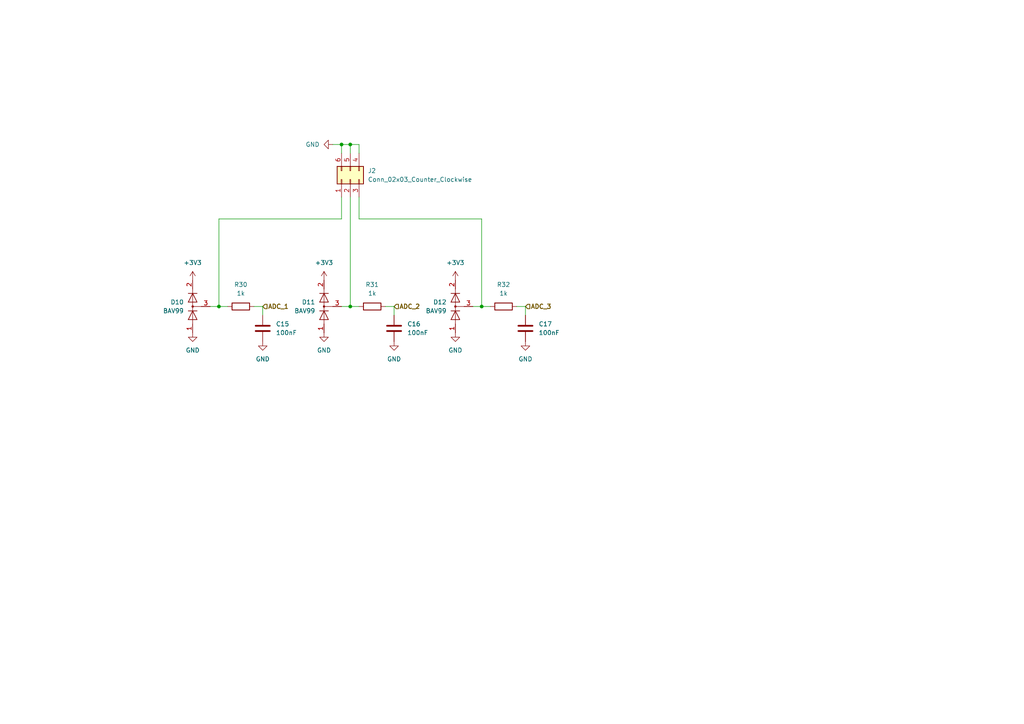
<source format=kicad_sch>
(kicad_sch (version 20230121) (generator eeschema)
  (paper "A4")
  (lib_symbols
    (symbol "Connector_Generic:Conn_02x03_Counter_Clockwise" (pin_names (offset 1.016) hide)
      (property "Reference" "J" (at 1.27 5.08 0))
      (property "Value" "Conn_02x03_Counter_Clockwise" (at 1.27 -5.08 0))
      (symbol "Conn_02x03_Counter_Clockwise_1_1"
        (rectangle (start -1.27 -2.413) (end 0 -2.667) (stroke (width 0.1524)))
        (rectangle (start -1.27 0.127) (end 0 -0.127) (stroke (width 0.1524)))
        (rectangle (start -1.27 2.667) (end 0 2.413) (stroke (width 0.1524)))
        (rectangle (start -1.27 3.81) (end 3.81 -3.81) (stroke (width 0.254)) (fill (type background)))
        (rectangle (start 3.81 -2.413) (end 2.54 -2.667) (stroke (width 0.1524)))
        (rectangle (start 3.81 0.127) (end 2.54 -0.127) (stroke (width 0.1524)))
        (rectangle (start 3.81 2.667) (end 2.54 2.413) (stroke (width 0.1524)))
        (pin passive line (at -5.08 2.54 0) (length 3.81) (name "Pin_1") (number "1"))
        (pin passive line (at -5.08 0 0) (length 3.81) (name "Pin_2") (number "2"))
        (pin passive line (at -5.08 -2.54 0) (length 3.81) (name "Pin_3") (number "3"))
        (pin passive line (at 7.62 -2.54 180) (length 3.81) (name "Pin_4") (number "4"))
        (pin passive line (at 7.62 0 180) (length 3.81) (name "Pin_5") (number "5"))
        (pin passive line (at 7.62 2.54 180) (length 3.81) (name "Pin_6") (number "6"))
      )
    )
    (symbol "Device:C" (pin_numbers hide) (pin_names (offset 0.254))
      (property "Reference" "C" (at 0.635 2.54 0))
      (property "Value" "C" (at 0.635 -2.54 0))
      (symbol "C_0_1"
        (polyline (pts (xy -2.032 -0.762) (xy 2.032 -0.762)) (stroke (width 0.508)))
        (polyline (pts (xy -2.032 0.762) (xy 2.032 0.762)) (stroke (width 0.508)))
      )
      (symbol "C_1_1"
        (pin passive line (at 0 3.81 270) (length 2.794) (name "~") (number "1"))
        (pin passive line (at 0 -3.81 90) (length 2.794) (name "~") (number "2"))
      )
    )
    (symbol "Device:R" (pin_numbers hide) (pin_names (offset 0))
      (property "Reference" "R" (at 2.032 0 90))
      (property "Value" "R" (at 0 0 90))
      (symbol "R_0_1"
        (rectangle (start -1.016 -2.54) (end 1.016 2.54) (stroke (width 0.254)))
      )
      (symbol "R_1_1"
        (pin passive line (at 0 3.81 270) (length 1.27) (name "~") (number "1"))
        (pin passive line (at 0 -3.81 90) (length 1.27) (name "~") (number "2"))
      )
    )
    (symbol "Diode:BAV99" (pin_names hide)
      (property "Reference" "D" (at 0 5.08 0))
      (property "Value" "BAV99" (at 0 2.54 0))
      (symbol "BAV99_0_1"
        (polyline (pts (xy -5.08 0) (xy 5.08 0)))
      )
      (symbol "BAV99_1_1"
        (polyline (pts (xy 0 0) (xy 0 -2.54)))
        (polyline (pts (xy -1.27 -1.27) (xy -1.27 1.27) (xy -1.27 1.27)) (stroke (width 0.2032)))
        (polyline (pts (xy 3.81 1.27) (xy 3.81 -1.27) (xy 3.81 -1.27)) (stroke (width 0.2032)))
        (polyline (pts (xy -3.81 1.27) (xy -1.27 0) (xy -3.81 -1.27) (xy -3.81 1.27) (xy -3.81 1.27) (xy -3.81 1.27)) (stroke (width 0.2032)))
        (polyline (pts (xy 1.27 1.27) (xy 3.81 0) (xy 1.27 -1.27) (xy 1.27 1.27) (xy 1.27 1.27) (xy 1.27 1.27)) (stroke (width 0.2032)))
        (circle (center 0 0) (radius 0.254) (fill (type outline)))
        (pin passive line (at -7.62 0 0) (length 2.54) (name "K") (number "1"))
        (pin passive line (at 7.62 0 180) (length 2.54) (name "A") (number "2"))
        (pin passive line (at 0 -5.08 90) (length 2.54) (name "K") (number "3"))
      )
    )
    (symbol "power:+3V3" (power) (pin_names (offset 0))
      (property "Value" "+3V3" (at 0 3.556 0))
      (symbol "+3V3_0_1"
        (polyline (pts (xy -0.762 1.27) (xy 0 2.54)))
        (polyline (pts (xy 0 0) (xy 0 2.54)))
        (polyline (pts (xy 0 2.54) (xy 0.762 1.27)))
      )
      (symbol "+3V3_1_1"
        (pin power_in line (at 0 0 90) (length 0) hide (name "+3V3") (number "1"))
      )
    )
    (symbol "power:GND" (power) (pin_names (offset 0))
      (property "Value" "GND" (at 0 -3.81 0))
      (symbol "GND_0_1"
        (polyline (pts (xy 0 0) (xy 0 -1.27) (xy 1.27 -1.27) (xy 0 -2.54) (xy -1.27 -1.27) (xy 0 -1.27)))
      )
      (symbol "GND_1_1"
        (pin power_in line (at 0 0 270) (length 0) hide (name "GND") (number "1"))
      )
    )
  )
  (junction (at 101.6 41.91))
  (junction (at 99.06 41.91))
  (junction (at 139.7 88.9))
  (junction (at 63.5 88.9))
  (junction (at 101.6 88.9))
  (wire (pts (xy 101.6 41.91) (xy 99.06 41.91)))
  (wire (pts (xy 96.52 41.91) (xy 99.06 41.91)))
  (wire (pts (xy 114.3 88.9) (xy 114.3 91.44)))
  (wire (pts (xy 149.86 88.9) (xy 152.4 88.9)))
  (wire (pts (xy 60.96 88.9) (xy 63.5 88.9)))
  (wire (pts (xy 73.66 88.9) (xy 76.2 88.9)))
  (wire (pts (xy 63.5 88.9) (xy 66.04 88.9)))
  (wire (pts (xy 104.14 41.91) (xy 101.6 41.91)))
  (wire (pts (xy 104.14 63.5) (xy 139.7 63.5)))
  (wire (pts (xy 63.5 63.5) (xy 63.5 88.9)))
  (wire (pts (xy 101.6 44.45) (xy 101.6 41.91)))
  (wire (pts (xy 99.06 88.9) (xy 101.6 88.9)))
  (wire (pts (xy 99.06 41.91) (xy 99.06 44.45)))
  (wire (pts (xy 99.06 63.5) (xy 63.5 63.5)))
  (wire (pts (xy 104.14 44.45) (xy 104.14 41.91)))
  (wire (pts (xy 137.16 88.9) (xy 139.7 88.9)))
  (wire (pts (xy 101.6 57.15) (xy 101.6 88.9)))
  (wire (pts (xy 99.06 57.15) (xy 99.06 63.5)))
  (wire (pts (xy 104.14 57.15) (xy 104.14 63.5)))
  (wire (pts (xy 111.76 88.9) (xy 114.3 88.9)))
  (wire (pts (xy 139.7 63.5) (xy 139.7 88.9)))
  (wire (pts (xy 139.7 88.9) (xy 142.24 88.9)))
  (wire (pts (xy 76.2 88.9) (xy 76.2 91.44)))
  (wire (pts (xy 101.6 88.9) (xy 104.14 88.9)))
  (wire (pts (xy 152.4 88.9) (xy 152.4 91.44)))
  (hierarchical_label "ADC_3" (shape input) (at 152.4 88.9 0) (effects (font bold)))
  (hierarchical_label "ADC_1" (shape input) (at 76.2 88.9 0) (effects (font bold)))
  (hierarchical_label "ADC_2" (shape input) (at 114.3 88.9 0) (effects (font bold)))
  (symbol (lib_id "Diode:BAV99") (at 132.08 88.9 90) (unit 1)
    (property "Reference" "D12" (at 129.54 87.63 90) (effects (justify left)))
    (property "Value" "BAV99" (at 129.54 90.17 90) (effects (justify left)))
    (property "Footprint" "Package_TO_SOT_SMD:SOT-23" (effects hide))
    (property "Datasheet" "https://assets.nexperia.com/documents/data-sheet/BAV99_SER.pdf" (effects hide))
  )
  (symbol (lib_id "power:GND") (at 76.2 99.06 0) (unit 1)
    (property "Reference" "#PWR045" (effects hide))
    (property "Value" "GND" (at 76.2 104.14 0))
  )
  (symbol (lib_id "Diode:BAV99") (at 93.98 88.9 90) (unit 1)
    (property "Reference" "D11" (at 91.44 87.63 90) (effects (justify left)))
    (property "Value" "BAV99" (at 91.44 90.17 90) (effects (justify left)))
    (property "Footprint" "Package_TO_SOT_SMD:SOT-23" (effects hide))
    (property "Datasheet" "https://assets.nexperia.com/documents/data-sheet/BAV99_SER.pdf" (effects hide))
  )
  (symbol (lib_id "power:GND") (at 55.88 96.52 0) (unit 1)
    (property "Reference" "#PWR044" (effects hide))
    (property "Value" "GND" (at 55.88 101.6 0))
  )
  (symbol (lib_id "Device:C") (at 114.3 95.25 0) (unit 1)
    (property "Reference" "C16" (at 118.11 93.98 0) (effects (justify left)))
    (property "Value" "100nF" (at 118.11 96.52 0) (effects (justify left)))
  )
  (symbol (lib_id "power:GND") (at 93.98 96.52 0) (unit 1)
    (property "Reference" "#PWR047" (effects hide))
    (property "Value" "GND" (at 93.98 101.6 0))
  )
  (symbol (lib_id "power:+3V3") (at 93.98 81.28 0) (unit 1)
    (property "Reference" "#PWR046" (effects hide))
    (property "Value" "+3V3" (at 93.98 76.2 0))
  )
  (symbol (lib_id "power:GND") (at 96.52 41.91 270) (unit 1)
    (property "Reference" "#PWR052" (effects hide))
    (property "Value" "GND" (at 92.71 41.91 90) (effects (justify right)))
  )
  (symbol (lib_id "Device:R") (at 107.95 88.9 90) (unit 1)
    (property "Reference" "R31" (at 107.95 82.55 90))
    (property "Value" "1k" (at 107.95 85.09 90))
  )
  (symbol (lib_id "power:+3V3") (at 55.88 81.28 0) (unit 1)
    (property "Reference" "#PWR043" (effects hide))
    (property "Value" "+3V3" (at 55.88 76.2 0))
  )
  (symbol (lib_id "Connector_Generic:Conn_02x03_Counter_Clockwise") (at 101.6 52.07 90) (unit 1)
    (property "Reference" "J2" (at 106.68 49.53 90) (effects (justify right)))
    (property "Value" "Conn_02x03_Counter_Clockwise" (at 106.68 52.07 90) (effects (justify right)))
  )
  (symbol (lib_id "Diode:BAV99") (at 55.88 88.9 90) (unit 1)
    (property "Reference" "D10" (at 53.34 87.63 90) (effects (justify left)))
    (property "Value" "BAV99" (at 53.34 90.17 90) (effects (justify left)))
    (property "Footprint" "Package_TO_SOT_SMD:SOT-23" (effects hide))
    (property "Datasheet" "https://assets.nexperia.com/documents/data-sheet/BAV99_SER.pdf" (effects hide))
  )
  (symbol (lib_id "power:+3V3") (at 132.08 81.28 0) (unit 1)
    (property "Reference" "#PWR049" (effects hide))
    (property "Value" "+3V3" (at 132.08 76.2 0))
  )
  (symbol (lib_id "power:GND") (at 152.4 99.06 0) (unit 1)
    (property "Reference" "#PWR051" (effects hide))
    (property "Value" "GND" (at 152.4 104.14 0))
  )
  (symbol (lib_id "Device:R") (at 146.05 88.9 90) (unit 1)
    (property "Reference" "R32" (at 146.05 82.55 90))
    (property "Value" "1k" (at 146.05 85.09 90))
  )
  (symbol (lib_id "power:GND") (at 132.08 96.52 0) (unit 1)
    (property "Reference" "#PWR050" (effects hide))
    (property "Value" "GND" (at 132.08 101.6 0))
  )
  (symbol (lib_id "power:GND") (at 114.3 99.06 0) (unit 1)
    (property "Reference" "#PWR048" (effects hide))
    (property "Value" "GND" (at 114.3 104.14 0))
  )
  (symbol (lib_id "Device:R") (at 69.85 88.9 90) (unit 1)
    (property "Reference" "R30" (at 69.85 82.55 90))
    (property "Value" "1k" (at 69.85 85.09 90))
  )
  (symbol (lib_id "Device:C") (at 152.4 95.25 0) (unit 1)
    (property "Reference" "C17" (at 156.21 93.98 0) (effects (justify left)))
    (property "Value" "100nF" (at 156.21 96.52 0) (effects (justify left)))
  )
  (symbol (lib_id "Device:C") (at 76.2 95.25 0) (unit 1)
    (property "Reference" "C15" (at 80.01 93.98 0) (effects (justify left)))
    (property "Value" "100nF" (at 80.01 96.52 0) (effects (justify left)))
  )
)
</source>
